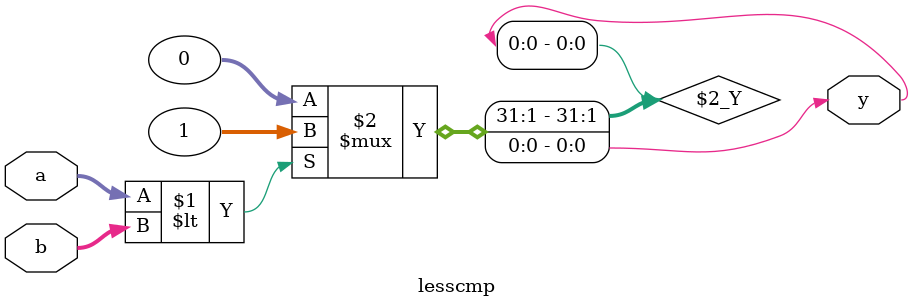
<source format=v>
`timescale 1ns / 1ps


module lesscmp(
    input wire [31:0] a,b,
	output wire y
    );
    assign y = ($signed(a) < $signed(b)) ? 1 : 0;
endmodule

</source>
